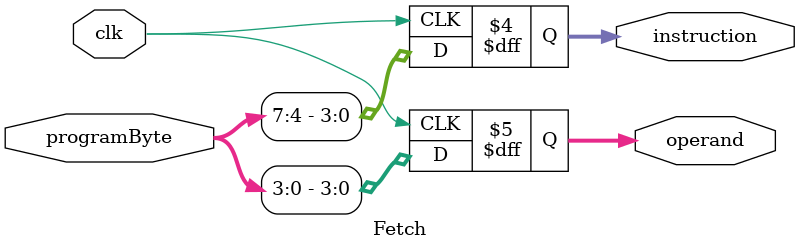
<source format=sv>
module Fetch(
  input [7:0] programByte,
  input clk,
  output [3:0] instruction,
  output [3:0] operand
);

reg [3:0] instruction = 0;
reg [3:0] operand = 0;

always @ ( posedge clk) begin
	{instruction, operand} = programByte;
end

endmodule
</source>
